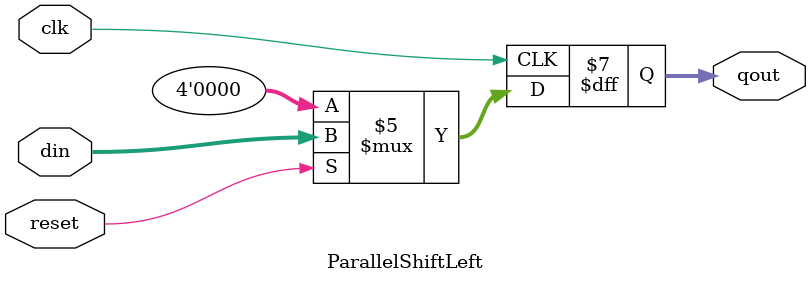
<source format=v>
module ParallelShiftLeft(clk, reset, din, qout);
    input clk, reset;
    input [3:0] din;
    output reg [3:0] qout;

    always@(posedge clk) begin
        if(!reset) qout <= 4'b0;
        else qout <= {qout<<1, din};
    end
endmodule
</source>
